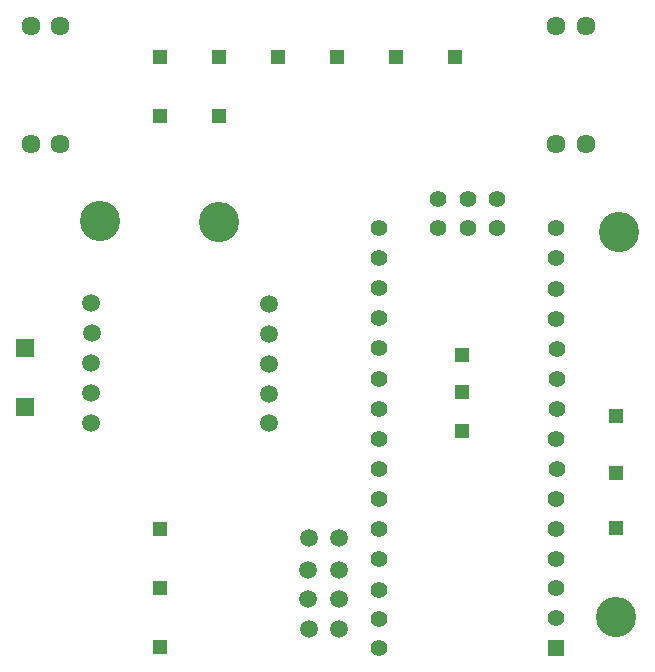
<source format=gbs>
G75*
%MOIN*%
%OFA0B0*%
%FSLAX25Y25*%
%IPPOS*%
%LPD*%
%AMOC8*
5,1,8,0,0,1.08239X$1,22.5*
%
%ADD10C,0.13398*%
%ADD11R,0.05950X0.05950*%
%ADD12R,0.05556X0.05556*%
%ADD13C,0.05556*%
%ADD14C,0.05950*%
%ADD15C,0.06343*%
%ADD16R,0.04762X0.04762*%
D10*
X0044713Y0167548D03*
X0084477Y0167154D03*
X0217942Y0164005D03*
X0216761Y0035658D03*
D11*
X0019713Y0105422D03*
X0019713Y0125107D03*
D12*
X0197036Y0025343D03*
D13*
X0196997Y0035383D03*
X0197036Y0045265D03*
X0197036Y0054871D03*
X0197036Y0064871D03*
X0197036Y0074831D03*
X0197076Y0084871D03*
X0197036Y0094871D03*
X0197076Y0104871D03*
X0197076Y0114910D03*
X0197115Y0124950D03*
X0197036Y0134989D03*
X0196997Y0145028D03*
X0197036Y0155068D03*
X0197036Y0165107D03*
X0177351Y0165107D03*
X0167509Y0165107D03*
X0167509Y0174950D03*
X0177351Y0174950D03*
X0157666Y0174950D03*
X0157666Y0165107D03*
X0137981Y0165068D03*
X0137942Y0155068D03*
X0137981Y0145068D03*
X0137981Y0135068D03*
X0137981Y0125068D03*
X0137981Y0115028D03*
X0137981Y0104989D03*
X0137981Y0094950D03*
X0137942Y0084910D03*
X0137942Y0074831D03*
X0137942Y0064792D03*
X0137981Y0054792D03*
X0137902Y0044713D03*
X0137942Y0034753D03*
X0137981Y0025343D03*
D14*
X0124556Y0031406D03*
X0124556Y0041524D03*
X0124477Y0051288D03*
X0114359Y0051328D03*
X0114359Y0041524D03*
X0114398Y0031446D03*
X0114398Y0062036D03*
X0124517Y0062036D03*
X0101091Y0100107D03*
X0101091Y0109989D03*
X0101052Y0119950D03*
X0101052Y0129831D03*
X0101052Y0139792D03*
X0042036Y0140186D03*
X0042076Y0130186D03*
X0041997Y0120186D03*
X0042036Y0110146D03*
X0042036Y0100107D03*
D15*
X0031564Y0193335D03*
X0021721Y0193335D03*
X0021721Y0232706D03*
X0031564Y0232706D03*
X0196918Y0232706D03*
X0206761Y0232706D03*
X0206761Y0193335D03*
X0196918Y0193335D03*
D16*
X0064792Y0025422D03*
X0064792Y0045107D03*
X0064792Y0064792D03*
X0165580Y0097469D03*
X0165580Y0110461D03*
X0165580Y0123060D03*
X0216761Y0102587D03*
X0216761Y0083690D03*
X0216761Y0065186D03*
X0084477Y0202587D03*
X0084477Y0222272D03*
X0064792Y0222272D03*
X0064792Y0202587D03*
X0104162Y0222272D03*
X0123847Y0222272D03*
X0143532Y0222272D03*
X0163217Y0222272D03*
M02*

</source>
